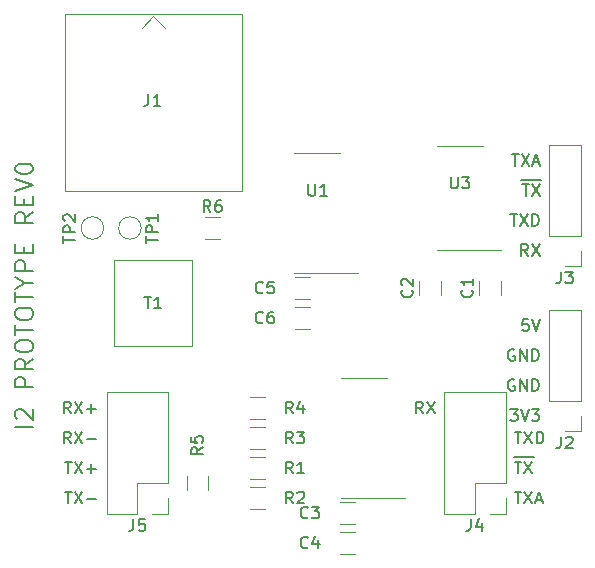
<source format=gbr>
G04 #@! TF.GenerationSoftware,KiCad,Pcbnew,5.1.5*
G04 #@! TF.CreationDate,2020-02-28T10:53:43-06:00*
G04 #@! TF.ProjectId,pcb,7063622e-6b69-4636-9164-5f7063625858,rev?*
G04 #@! TF.SameCoordinates,Original*
G04 #@! TF.FileFunction,Legend,Top*
G04 #@! TF.FilePolarity,Positive*
%FSLAX46Y46*%
G04 Gerber Fmt 4.6, Leading zero omitted, Abs format (unit mm)*
G04 Created by KiCad (PCBNEW 5.1.5) date 2020-02-28 10:53:43*
%MOMM*%
%LPD*%
G04 APERTURE LIST*
%ADD10C,0.150000*%
%ADD11C,0.120000*%
G04 APERTURE END LIST*
D10*
X15294428Y-95558428D02*
X13770428Y-95558428D01*
X13915571Y-94905285D02*
X13843000Y-94832714D01*
X13770428Y-94687571D01*
X13770428Y-94324714D01*
X13843000Y-94179571D01*
X13915571Y-94107000D01*
X14060714Y-94034428D01*
X14205857Y-94034428D01*
X14423571Y-94107000D01*
X15294428Y-94977857D01*
X15294428Y-94034428D01*
X15294428Y-92220142D02*
X13770428Y-92220142D01*
X13770428Y-91639571D01*
X13843000Y-91494428D01*
X13915571Y-91421857D01*
X14060714Y-91349285D01*
X14278428Y-91349285D01*
X14423571Y-91421857D01*
X14496142Y-91494428D01*
X14568714Y-91639571D01*
X14568714Y-92220142D01*
X15294428Y-89825285D02*
X14568714Y-90333285D01*
X15294428Y-90696142D02*
X13770428Y-90696142D01*
X13770428Y-90115571D01*
X13843000Y-89970428D01*
X13915571Y-89897857D01*
X14060714Y-89825285D01*
X14278428Y-89825285D01*
X14423571Y-89897857D01*
X14496142Y-89970428D01*
X14568714Y-90115571D01*
X14568714Y-90696142D01*
X13770428Y-88881857D02*
X13770428Y-88591571D01*
X13843000Y-88446428D01*
X13988142Y-88301285D01*
X14278428Y-88228714D01*
X14786428Y-88228714D01*
X15076714Y-88301285D01*
X15221857Y-88446428D01*
X15294428Y-88591571D01*
X15294428Y-88881857D01*
X15221857Y-89027000D01*
X15076714Y-89172142D01*
X14786428Y-89244714D01*
X14278428Y-89244714D01*
X13988142Y-89172142D01*
X13843000Y-89027000D01*
X13770428Y-88881857D01*
X13770428Y-87793285D02*
X13770428Y-86922428D01*
X15294428Y-87357857D02*
X13770428Y-87357857D01*
X13770428Y-86124142D02*
X13770428Y-85833857D01*
X13843000Y-85688714D01*
X13988142Y-85543571D01*
X14278428Y-85471000D01*
X14786428Y-85471000D01*
X15076714Y-85543571D01*
X15221857Y-85688714D01*
X15294428Y-85833857D01*
X15294428Y-86124142D01*
X15221857Y-86269285D01*
X15076714Y-86414428D01*
X14786428Y-86487000D01*
X14278428Y-86487000D01*
X13988142Y-86414428D01*
X13843000Y-86269285D01*
X13770428Y-86124142D01*
X13770428Y-85035571D02*
X13770428Y-84164714D01*
X15294428Y-84600142D02*
X13770428Y-84600142D01*
X14568714Y-83366428D02*
X15294428Y-83366428D01*
X13770428Y-83874428D02*
X14568714Y-83366428D01*
X13770428Y-82858428D01*
X15294428Y-82350428D02*
X13770428Y-82350428D01*
X13770428Y-81769857D01*
X13843000Y-81624714D01*
X13915571Y-81552142D01*
X14060714Y-81479571D01*
X14278428Y-81479571D01*
X14423571Y-81552142D01*
X14496142Y-81624714D01*
X14568714Y-81769857D01*
X14568714Y-82350428D01*
X14496142Y-80826428D02*
X14496142Y-80318428D01*
X15294428Y-80100714D02*
X15294428Y-80826428D01*
X13770428Y-80826428D01*
X13770428Y-80100714D01*
X15294428Y-77415571D02*
X14568714Y-77923571D01*
X15294428Y-78286428D02*
X13770428Y-78286428D01*
X13770428Y-77705857D01*
X13843000Y-77560714D01*
X13915571Y-77488142D01*
X14060714Y-77415571D01*
X14278428Y-77415571D01*
X14423571Y-77488142D01*
X14496142Y-77560714D01*
X14568714Y-77705857D01*
X14568714Y-78286428D01*
X14496142Y-76762428D02*
X14496142Y-76254428D01*
X15294428Y-76036714D02*
X15294428Y-76762428D01*
X13770428Y-76762428D01*
X13770428Y-76036714D01*
X13770428Y-75601285D02*
X15294428Y-75093285D01*
X13770428Y-74585285D01*
X13770428Y-73787000D02*
X13770428Y-73641857D01*
X13843000Y-73496714D01*
X13915571Y-73424142D01*
X14060714Y-73351571D01*
X14351000Y-73279000D01*
X14713857Y-73279000D01*
X15004142Y-73351571D01*
X15149285Y-73424142D01*
X15221857Y-73496714D01*
X15294428Y-73641857D01*
X15294428Y-73787000D01*
X15221857Y-73932142D01*
X15149285Y-74004714D01*
X15004142Y-74077285D01*
X14713857Y-74149857D01*
X14351000Y-74149857D01*
X14060714Y-74077285D01*
X13915571Y-74004714D01*
X13843000Y-73932142D01*
X13770428Y-73787000D01*
X56072738Y-101052380D02*
X56644166Y-101052380D01*
X56358452Y-102052380D02*
X56358452Y-101052380D01*
X56882261Y-101052380D02*
X57548928Y-102052380D01*
X57548928Y-101052380D02*
X56882261Y-102052380D01*
X57882261Y-101766666D02*
X58358452Y-101766666D01*
X57787023Y-102052380D02*
X58120357Y-101052380D01*
X58453690Y-102052380D01*
X55973214Y-98145000D02*
X56735119Y-98145000D01*
X56068452Y-98512380D02*
X56639880Y-98512380D01*
X56354166Y-99512380D02*
X56354166Y-98512380D01*
X56735119Y-98145000D02*
X57687500Y-98145000D01*
X56877976Y-98512380D02*
X57544642Y-99512380D01*
X57544642Y-98512380D02*
X56877976Y-99512380D01*
X56072738Y-95972380D02*
X56644166Y-95972380D01*
X56358452Y-96972380D02*
X56358452Y-95972380D01*
X56882261Y-95972380D02*
X57548928Y-96972380D01*
X57548928Y-95972380D02*
X56882261Y-96972380D01*
X57929880Y-96972380D02*
X57929880Y-95972380D01*
X58167976Y-95972380D01*
X58310833Y-96020000D01*
X58406071Y-96115238D01*
X58453690Y-96210476D01*
X58501309Y-96400952D01*
X58501309Y-96543809D01*
X58453690Y-96734285D01*
X58406071Y-96829523D01*
X58310833Y-96924761D01*
X58167976Y-96972380D01*
X57929880Y-96972380D01*
X48289642Y-94432380D02*
X47956309Y-93956190D01*
X47718214Y-94432380D02*
X47718214Y-93432380D01*
X48099166Y-93432380D01*
X48194404Y-93480000D01*
X48242023Y-93527619D01*
X48289642Y-93622857D01*
X48289642Y-93765714D01*
X48242023Y-93860952D01*
X48194404Y-93908571D01*
X48099166Y-93956190D01*
X47718214Y-93956190D01*
X48622976Y-93432380D02*
X49289642Y-94432380D01*
X49289642Y-93432380D02*
X48622976Y-94432380D01*
X18000357Y-101052380D02*
X18571785Y-101052380D01*
X18286071Y-102052380D02*
X18286071Y-101052380D01*
X18809880Y-101052380D02*
X19476547Y-102052380D01*
X19476547Y-101052380D02*
X18809880Y-102052380D01*
X19857500Y-101671428D02*
X20619404Y-101671428D01*
X18000357Y-98512380D02*
X18571785Y-98512380D01*
X18286071Y-99512380D02*
X18286071Y-98512380D01*
X18809880Y-98512380D02*
X19476547Y-99512380D01*
X19476547Y-98512380D02*
X18809880Y-99512380D01*
X19857500Y-99131428D02*
X20619404Y-99131428D01*
X20238452Y-99512380D02*
X20238452Y-98750476D01*
X18476547Y-96972380D02*
X18143214Y-96496190D01*
X17905119Y-96972380D02*
X17905119Y-95972380D01*
X18286071Y-95972380D01*
X18381309Y-96020000D01*
X18428928Y-96067619D01*
X18476547Y-96162857D01*
X18476547Y-96305714D01*
X18428928Y-96400952D01*
X18381309Y-96448571D01*
X18286071Y-96496190D01*
X17905119Y-96496190D01*
X18809880Y-95972380D02*
X19476547Y-96972380D01*
X19476547Y-95972380D02*
X18809880Y-96972380D01*
X19857500Y-96591428D02*
X20619404Y-96591428D01*
X18476547Y-94432380D02*
X18143214Y-93956190D01*
X17905119Y-94432380D02*
X17905119Y-93432380D01*
X18286071Y-93432380D01*
X18381309Y-93480000D01*
X18428928Y-93527619D01*
X18476547Y-93622857D01*
X18476547Y-93765714D01*
X18428928Y-93860952D01*
X18381309Y-93908571D01*
X18286071Y-93956190D01*
X17905119Y-93956190D01*
X18809880Y-93432380D02*
X19476547Y-94432380D01*
X19476547Y-93432380D02*
X18809880Y-94432380D01*
X19857500Y-94051428D02*
X20619404Y-94051428D01*
X20238452Y-94432380D02*
X20238452Y-93670476D01*
X56036785Y-91575000D02*
X55941547Y-91527380D01*
X55798690Y-91527380D01*
X55655833Y-91575000D01*
X55560595Y-91670238D01*
X55512976Y-91765476D01*
X55465357Y-91955952D01*
X55465357Y-92098809D01*
X55512976Y-92289285D01*
X55560595Y-92384523D01*
X55655833Y-92479761D01*
X55798690Y-92527380D01*
X55893928Y-92527380D01*
X56036785Y-92479761D01*
X56084404Y-92432142D01*
X56084404Y-92098809D01*
X55893928Y-92098809D01*
X56512976Y-92527380D02*
X56512976Y-91527380D01*
X57084404Y-92527380D01*
X57084404Y-91527380D01*
X57560595Y-92527380D02*
X57560595Y-91527380D01*
X57798690Y-91527380D01*
X57941547Y-91575000D01*
X58036785Y-91670238D01*
X58084404Y-91765476D01*
X58132023Y-91955952D01*
X58132023Y-92098809D01*
X58084404Y-92289285D01*
X58036785Y-92384523D01*
X57941547Y-92479761D01*
X57798690Y-92527380D01*
X57560595Y-92527380D01*
X56036785Y-89035000D02*
X55941547Y-88987380D01*
X55798690Y-88987380D01*
X55655833Y-89035000D01*
X55560595Y-89130238D01*
X55512976Y-89225476D01*
X55465357Y-89415952D01*
X55465357Y-89558809D01*
X55512976Y-89749285D01*
X55560595Y-89844523D01*
X55655833Y-89939761D01*
X55798690Y-89987380D01*
X55893928Y-89987380D01*
X56036785Y-89939761D01*
X56084404Y-89892142D01*
X56084404Y-89558809D01*
X55893928Y-89558809D01*
X56512976Y-89987380D02*
X56512976Y-88987380D01*
X57084404Y-89987380D01*
X57084404Y-88987380D01*
X57560595Y-89987380D02*
X57560595Y-88987380D01*
X57798690Y-88987380D01*
X57941547Y-89035000D01*
X58036785Y-89130238D01*
X58084404Y-89225476D01*
X58132023Y-89415952D01*
X58132023Y-89558809D01*
X58084404Y-89749285D01*
X58036785Y-89844523D01*
X57941547Y-89939761D01*
X57798690Y-89987380D01*
X57560595Y-89987380D01*
X55703452Y-94067380D02*
X56322500Y-94067380D01*
X55989166Y-94448333D01*
X56132023Y-94448333D01*
X56227261Y-94495952D01*
X56274880Y-94543571D01*
X56322500Y-94638809D01*
X56322500Y-94876904D01*
X56274880Y-94972142D01*
X56227261Y-95019761D01*
X56132023Y-95067380D01*
X55846309Y-95067380D01*
X55751071Y-95019761D01*
X55703452Y-94972142D01*
X56608214Y-94067380D02*
X56941547Y-95067380D01*
X57274880Y-94067380D01*
X57512976Y-94067380D02*
X58132023Y-94067380D01*
X57798690Y-94448333D01*
X57941547Y-94448333D01*
X58036785Y-94495952D01*
X58084404Y-94543571D01*
X58132023Y-94638809D01*
X58132023Y-94876904D01*
X58084404Y-94972142D01*
X58036785Y-95019761D01*
X57941547Y-95067380D01*
X57655833Y-95067380D01*
X57560595Y-95019761D01*
X57512976Y-94972142D01*
X57227261Y-86447380D02*
X56751071Y-86447380D01*
X56703452Y-86923571D01*
X56751071Y-86875952D01*
X56846309Y-86828333D01*
X57084404Y-86828333D01*
X57179642Y-86875952D01*
X57227261Y-86923571D01*
X57274880Y-87018809D01*
X57274880Y-87256904D01*
X57227261Y-87352142D01*
X57179642Y-87399761D01*
X57084404Y-87447380D01*
X56846309Y-87447380D01*
X56751071Y-87399761D01*
X56703452Y-87352142D01*
X57560595Y-86447380D02*
X57893928Y-87447380D01*
X58227261Y-86447380D01*
X57179642Y-81097380D02*
X56846309Y-80621190D01*
X56608214Y-81097380D02*
X56608214Y-80097380D01*
X56989166Y-80097380D01*
X57084404Y-80145000D01*
X57132023Y-80192619D01*
X57179642Y-80287857D01*
X57179642Y-80430714D01*
X57132023Y-80525952D01*
X57084404Y-80573571D01*
X56989166Y-80621190D01*
X56608214Y-80621190D01*
X57512976Y-80097380D02*
X58179642Y-81097380D01*
X58179642Y-80097380D02*
X57512976Y-81097380D01*
X55703452Y-77557380D02*
X56274880Y-77557380D01*
X55989166Y-78557380D02*
X55989166Y-77557380D01*
X56512976Y-77557380D02*
X57179642Y-78557380D01*
X57179642Y-77557380D02*
X56512976Y-78557380D01*
X57560595Y-78557380D02*
X57560595Y-77557380D01*
X57798690Y-77557380D01*
X57941547Y-77605000D01*
X58036785Y-77700238D01*
X58084404Y-77795476D01*
X58132023Y-77985952D01*
X58132023Y-78128809D01*
X58084404Y-78319285D01*
X58036785Y-78414523D01*
X57941547Y-78509761D01*
X57798690Y-78557380D01*
X57560595Y-78557380D01*
X56608214Y-74650000D02*
X57370119Y-74650000D01*
X56703452Y-75017380D02*
X57274880Y-75017380D01*
X56989166Y-76017380D02*
X56989166Y-75017380D01*
X57370119Y-74650000D02*
X58322500Y-74650000D01*
X57512976Y-75017380D02*
X58179642Y-76017380D01*
X58179642Y-75017380D02*
X57512976Y-76017380D01*
X55846309Y-72477380D02*
X56417738Y-72477380D01*
X56132023Y-73477380D02*
X56132023Y-72477380D01*
X56655833Y-72477380D02*
X57322500Y-73477380D01*
X57322500Y-72477380D02*
X56655833Y-73477380D01*
X57655833Y-73191666D02*
X58132023Y-73191666D01*
X57560595Y-73477380D02*
X57893928Y-72477380D01*
X58227261Y-73477380D01*
D11*
X43300000Y-101580000D02*
X46750000Y-101580000D01*
X43300000Y-101580000D02*
X41350000Y-101580000D01*
X43300000Y-91460000D02*
X45250000Y-91460000D01*
X43300000Y-91460000D02*
X41350000Y-91460000D01*
X21270000Y-78740000D02*
G75*
G03X21270000Y-78740000I-950000J0D01*
G01*
X24445000Y-78740000D02*
G75*
G03X24445000Y-78740000I-950000J0D01*
G01*
X39370000Y-82530000D02*
X42820000Y-82530000D01*
X39370000Y-82530000D02*
X37420000Y-82530000D01*
X39370000Y-72410000D02*
X41320000Y-72410000D01*
X39370000Y-72410000D02*
X37420000Y-72410000D01*
X26730000Y-102930000D02*
X25400000Y-102930000D01*
X26730000Y-101600000D02*
X26730000Y-102930000D01*
X24130000Y-102930000D02*
X21530000Y-102930000D01*
X24130000Y-100330000D02*
X24130000Y-102930000D01*
X26730000Y-100330000D02*
X24130000Y-100330000D01*
X21530000Y-102930000D02*
X21530000Y-92650000D01*
X26730000Y-100330000D02*
X26730000Y-92650000D01*
X26730000Y-92650000D02*
X21530000Y-92650000D01*
X25480000Y-60820000D02*
X26480000Y-61820000D01*
X25480000Y-60820000D02*
X24480000Y-61820000D01*
X17980000Y-75620000D02*
X17980000Y-60620000D01*
X32980000Y-75620000D02*
X17980000Y-75620000D01*
X32980000Y-60620000D02*
X32980000Y-75620000D01*
X17980000Y-60620000D02*
X32980000Y-60620000D01*
X29877936Y-79650000D02*
X31082064Y-79650000D01*
X29877936Y-77830000D02*
X31082064Y-77830000D01*
X30120000Y-100932064D02*
X30120000Y-99727936D01*
X28300000Y-100932064D02*
X28300000Y-99727936D01*
X33687936Y-94890000D02*
X34892064Y-94890000D01*
X33687936Y-93070000D02*
X34892064Y-93070000D01*
X33687936Y-97430000D02*
X34892064Y-97430000D01*
X33687936Y-95610000D02*
X34892064Y-95610000D01*
X34892064Y-100690000D02*
X33687936Y-100690000D01*
X34892064Y-102510000D02*
X33687936Y-102510000D01*
X33687936Y-99970000D02*
X34892064Y-99970000D01*
X33687936Y-98150000D02*
X34892064Y-98150000D01*
X37497936Y-87270000D02*
X38702064Y-87270000D01*
X37497936Y-85450000D02*
X38702064Y-85450000D01*
X37497936Y-84730000D02*
X38702064Y-84730000D01*
X37497936Y-82910000D02*
X38702064Y-82910000D01*
X41307936Y-106320000D02*
X42512064Y-106320000D01*
X41307936Y-104500000D02*
X42512064Y-104500000D01*
X41307936Y-103780000D02*
X42512064Y-103780000D01*
X41307936Y-101960000D02*
X42512064Y-101960000D01*
X47985000Y-83217936D02*
X47985000Y-84422064D01*
X49805000Y-83217936D02*
X49805000Y-84422064D01*
X53065000Y-83217936D02*
X53065000Y-84422064D01*
X54885000Y-83217936D02*
X54885000Y-84422064D01*
X28790000Y-88755000D02*
X28790000Y-81425000D01*
X22170000Y-81425000D02*
X28790000Y-81425000D01*
X22170000Y-88755000D02*
X28790000Y-88755000D01*
X22170000Y-81425000D02*
X22170000Y-88755000D01*
X55305000Y-102930000D02*
X53975000Y-102930000D01*
X55305000Y-101600000D02*
X55305000Y-102930000D01*
X52705000Y-102930000D02*
X50105000Y-102930000D01*
X52705000Y-100330000D02*
X52705000Y-102930000D01*
X55305000Y-100330000D02*
X52705000Y-100330000D01*
X50105000Y-102930000D02*
X50105000Y-92650000D01*
X55305000Y-100330000D02*
X55305000Y-92650000D01*
X55305000Y-92650000D02*
X50105000Y-92650000D01*
X61655000Y-81975000D02*
X60325000Y-81975000D01*
X61655000Y-80645000D02*
X61655000Y-81975000D01*
X61655000Y-79375000D02*
X58995000Y-79375000D01*
X58995000Y-79375000D02*
X58995000Y-71695000D01*
X61655000Y-79375000D02*
X61655000Y-71695000D01*
X61655000Y-71695000D02*
X58995000Y-71695000D01*
X61655000Y-95945000D02*
X60325000Y-95945000D01*
X61655000Y-94615000D02*
X61655000Y-95945000D01*
X61655000Y-93345000D02*
X58995000Y-93345000D01*
X58995000Y-93345000D02*
X58995000Y-85665000D01*
X61655000Y-93345000D02*
X61655000Y-85665000D01*
X61655000Y-85665000D02*
X58995000Y-85665000D01*
X51435000Y-71765000D02*
X49485000Y-71765000D01*
X51435000Y-71765000D02*
X53385000Y-71765000D01*
X51435000Y-80635000D02*
X49485000Y-80635000D01*
X51435000Y-80635000D02*
X54885000Y-80635000D01*
D10*
X17867380Y-80001904D02*
X17867380Y-79430476D01*
X18867380Y-79716190D02*
X17867380Y-79716190D01*
X18867380Y-79097142D02*
X17867380Y-79097142D01*
X17867380Y-78716190D01*
X17915000Y-78620952D01*
X17962619Y-78573333D01*
X18057857Y-78525714D01*
X18200714Y-78525714D01*
X18295952Y-78573333D01*
X18343571Y-78620952D01*
X18391190Y-78716190D01*
X18391190Y-79097142D01*
X17962619Y-78144761D02*
X17915000Y-78097142D01*
X17867380Y-78001904D01*
X17867380Y-77763809D01*
X17915000Y-77668571D01*
X17962619Y-77620952D01*
X18057857Y-77573333D01*
X18153095Y-77573333D01*
X18295952Y-77620952D01*
X18867380Y-78192380D01*
X18867380Y-77573333D01*
X24852380Y-80001904D02*
X24852380Y-79430476D01*
X25852380Y-79716190D02*
X24852380Y-79716190D01*
X25852380Y-79097142D02*
X24852380Y-79097142D01*
X24852380Y-78716190D01*
X24900000Y-78620952D01*
X24947619Y-78573333D01*
X25042857Y-78525714D01*
X25185714Y-78525714D01*
X25280952Y-78573333D01*
X25328571Y-78620952D01*
X25376190Y-78716190D01*
X25376190Y-79097142D01*
X25852380Y-77573333D02*
X25852380Y-78144761D01*
X25852380Y-77859047D02*
X24852380Y-77859047D01*
X24995238Y-77954285D01*
X25090476Y-78049523D01*
X25138095Y-78144761D01*
X38608095Y-75017380D02*
X38608095Y-75826904D01*
X38655714Y-75922142D01*
X38703333Y-75969761D01*
X38798571Y-76017380D01*
X38989047Y-76017380D01*
X39084285Y-75969761D01*
X39131904Y-75922142D01*
X39179523Y-75826904D01*
X39179523Y-75017380D01*
X40179523Y-76017380D02*
X39608095Y-76017380D01*
X39893809Y-76017380D02*
X39893809Y-75017380D01*
X39798571Y-75160238D01*
X39703333Y-75255476D01*
X39608095Y-75303095D01*
X23796666Y-103382380D02*
X23796666Y-104096666D01*
X23749047Y-104239523D01*
X23653809Y-104334761D01*
X23510952Y-104382380D01*
X23415714Y-104382380D01*
X24749047Y-103382380D02*
X24272857Y-103382380D01*
X24225238Y-103858571D01*
X24272857Y-103810952D01*
X24368095Y-103763333D01*
X24606190Y-103763333D01*
X24701428Y-103810952D01*
X24749047Y-103858571D01*
X24796666Y-103953809D01*
X24796666Y-104191904D01*
X24749047Y-104287142D01*
X24701428Y-104334761D01*
X24606190Y-104382380D01*
X24368095Y-104382380D01*
X24272857Y-104334761D01*
X24225238Y-104287142D01*
X25066666Y-67397380D02*
X25066666Y-68111666D01*
X25019047Y-68254523D01*
X24923809Y-68349761D01*
X24780952Y-68397380D01*
X24685714Y-68397380D01*
X26066666Y-68397380D02*
X25495238Y-68397380D01*
X25780952Y-68397380D02*
X25780952Y-67397380D01*
X25685714Y-67540238D01*
X25590476Y-67635476D01*
X25495238Y-67683095D01*
X30313333Y-77372380D02*
X29980000Y-76896190D01*
X29741904Y-77372380D02*
X29741904Y-76372380D01*
X30122857Y-76372380D01*
X30218095Y-76420000D01*
X30265714Y-76467619D01*
X30313333Y-76562857D01*
X30313333Y-76705714D01*
X30265714Y-76800952D01*
X30218095Y-76848571D01*
X30122857Y-76896190D01*
X29741904Y-76896190D01*
X31170476Y-76372380D02*
X30980000Y-76372380D01*
X30884761Y-76420000D01*
X30837142Y-76467619D01*
X30741904Y-76610476D01*
X30694285Y-76800952D01*
X30694285Y-77181904D01*
X30741904Y-77277142D01*
X30789523Y-77324761D01*
X30884761Y-77372380D01*
X31075238Y-77372380D01*
X31170476Y-77324761D01*
X31218095Y-77277142D01*
X31265714Y-77181904D01*
X31265714Y-76943809D01*
X31218095Y-76848571D01*
X31170476Y-76800952D01*
X31075238Y-76753333D01*
X30884761Y-76753333D01*
X30789523Y-76800952D01*
X30741904Y-76848571D01*
X30694285Y-76943809D01*
X29662380Y-97321666D02*
X29186190Y-97655000D01*
X29662380Y-97893095D02*
X28662380Y-97893095D01*
X28662380Y-97512142D01*
X28710000Y-97416904D01*
X28757619Y-97369285D01*
X28852857Y-97321666D01*
X28995714Y-97321666D01*
X29090952Y-97369285D01*
X29138571Y-97416904D01*
X29186190Y-97512142D01*
X29186190Y-97893095D01*
X28662380Y-96416904D02*
X28662380Y-96893095D01*
X29138571Y-96940714D01*
X29090952Y-96893095D01*
X29043333Y-96797857D01*
X29043333Y-96559761D01*
X29090952Y-96464523D01*
X29138571Y-96416904D01*
X29233809Y-96369285D01*
X29471904Y-96369285D01*
X29567142Y-96416904D01*
X29614761Y-96464523D01*
X29662380Y-96559761D01*
X29662380Y-96797857D01*
X29614761Y-96893095D01*
X29567142Y-96940714D01*
X37298333Y-94432380D02*
X36965000Y-93956190D01*
X36726904Y-94432380D02*
X36726904Y-93432380D01*
X37107857Y-93432380D01*
X37203095Y-93480000D01*
X37250714Y-93527619D01*
X37298333Y-93622857D01*
X37298333Y-93765714D01*
X37250714Y-93860952D01*
X37203095Y-93908571D01*
X37107857Y-93956190D01*
X36726904Y-93956190D01*
X38155476Y-93765714D02*
X38155476Y-94432380D01*
X37917380Y-93384761D02*
X37679285Y-94099047D01*
X38298333Y-94099047D01*
X37298333Y-96972380D02*
X36965000Y-96496190D01*
X36726904Y-96972380D02*
X36726904Y-95972380D01*
X37107857Y-95972380D01*
X37203095Y-96020000D01*
X37250714Y-96067619D01*
X37298333Y-96162857D01*
X37298333Y-96305714D01*
X37250714Y-96400952D01*
X37203095Y-96448571D01*
X37107857Y-96496190D01*
X36726904Y-96496190D01*
X37631666Y-95972380D02*
X38250714Y-95972380D01*
X37917380Y-96353333D01*
X38060238Y-96353333D01*
X38155476Y-96400952D01*
X38203095Y-96448571D01*
X38250714Y-96543809D01*
X38250714Y-96781904D01*
X38203095Y-96877142D01*
X38155476Y-96924761D01*
X38060238Y-96972380D01*
X37774523Y-96972380D01*
X37679285Y-96924761D01*
X37631666Y-96877142D01*
X37298333Y-102052380D02*
X36965000Y-101576190D01*
X36726904Y-102052380D02*
X36726904Y-101052380D01*
X37107857Y-101052380D01*
X37203095Y-101100000D01*
X37250714Y-101147619D01*
X37298333Y-101242857D01*
X37298333Y-101385714D01*
X37250714Y-101480952D01*
X37203095Y-101528571D01*
X37107857Y-101576190D01*
X36726904Y-101576190D01*
X37679285Y-101147619D02*
X37726904Y-101100000D01*
X37822142Y-101052380D01*
X38060238Y-101052380D01*
X38155476Y-101100000D01*
X38203095Y-101147619D01*
X38250714Y-101242857D01*
X38250714Y-101338095D01*
X38203095Y-101480952D01*
X37631666Y-102052380D01*
X38250714Y-102052380D01*
X37298333Y-99512380D02*
X36965000Y-99036190D01*
X36726904Y-99512380D02*
X36726904Y-98512380D01*
X37107857Y-98512380D01*
X37203095Y-98560000D01*
X37250714Y-98607619D01*
X37298333Y-98702857D01*
X37298333Y-98845714D01*
X37250714Y-98940952D01*
X37203095Y-98988571D01*
X37107857Y-99036190D01*
X36726904Y-99036190D01*
X38250714Y-99512380D02*
X37679285Y-99512380D01*
X37965000Y-99512380D02*
X37965000Y-98512380D01*
X37869761Y-98655238D01*
X37774523Y-98750476D01*
X37679285Y-98798095D01*
X34758333Y-86717142D02*
X34710714Y-86764761D01*
X34567857Y-86812380D01*
X34472619Y-86812380D01*
X34329761Y-86764761D01*
X34234523Y-86669523D01*
X34186904Y-86574285D01*
X34139285Y-86383809D01*
X34139285Y-86240952D01*
X34186904Y-86050476D01*
X34234523Y-85955238D01*
X34329761Y-85860000D01*
X34472619Y-85812380D01*
X34567857Y-85812380D01*
X34710714Y-85860000D01*
X34758333Y-85907619D01*
X35615476Y-85812380D02*
X35425000Y-85812380D01*
X35329761Y-85860000D01*
X35282142Y-85907619D01*
X35186904Y-86050476D01*
X35139285Y-86240952D01*
X35139285Y-86621904D01*
X35186904Y-86717142D01*
X35234523Y-86764761D01*
X35329761Y-86812380D01*
X35520238Y-86812380D01*
X35615476Y-86764761D01*
X35663095Y-86717142D01*
X35710714Y-86621904D01*
X35710714Y-86383809D01*
X35663095Y-86288571D01*
X35615476Y-86240952D01*
X35520238Y-86193333D01*
X35329761Y-86193333D01*
X35234523Y-86240952D01*
X35186904Y-86288571D01*
X35139285Y-86383809D01*
X34758333Y-84177142D02*
X34710714Y-84224761D01*
X34567857Y-84272380D01*
X34472619Y-84272380D01*
X34329761Y-84224761D01*
X34234523Y-84129523D01*
X34186904Y-84034285D01*
X34139285Y-83843809D01*
X34139285Y-83700952D01*
X34186904Y-83510476D01*
X34234523Y-83415238D01*
X34329761Y-83320000D01*
X34472619Y-83272380D01*
X34567857Y-83272380D01*
X34710714Y-83320000D01*
X34758333Y-83367619D01*
X35663095Y-83272380D02*
X35186904Y-83272380D01*
X35139285Y-83748571D01*
X35186904Y-83700952D01*
X35282142Y-83653333D01*
X35520238Y-83653333D01*
X35615476Y-83700952D01*
X35663095Y-83748571D01*
X35710714Y-83843809D01*
X35710714Y-84081904D01*
X35663095Y-84177142D01*
X35615476Y-84224761D01*
X35520238Y-84272380D01*
X35282142Y-84272380D01*
X35186904Y-84224761D01*
X35139285Y-84177142D01*
X38568333Y-105767142D02*
X38520714Y-105814761D01*
X38377857Y-105862380D01*
X38282619Y-105862380D01*
X38139761Y-105814761D01*
X38044523Y-105719523D01*
X37996904Y-105624285D01*
X37949285Y-105433809D01*
X37949285Y-105290952D01*
X37996904Y-105100476D01*
X38044523Y-105005238D01*
X38139761Y-104910000D01*
X38282619Y-104862380D01*
X38377857Y-104862380D01*
X38520714Y-104910000D01*
X38568333Y-104957619D01*
X39425476Y-105195714D02*
X39425476Y-105862380D01*
X39187380Y-104814761D02*
X38949285Y-105529047D01*
X39568333Y-105529047D01*
X38568333Y-103227142D02*
X38520714Y-103274761D01*
X38377857Y-103322380D01*
X38282619Y-103322380D01*
X38139761Y-103274761D01*
X38044523Y-103179523D01*
X37996904Y-103084285D01*
X37949285Y-102893809D01*
X37949285Y-102750952D01*
X37996904Y-102560476D01*
X38044523Y-102465238D01*
X38139761Y-102370000D01*
X38282619Y-102322380D01*
X38377857Y-102322380D01*
X38520714Y-102370000D01*
X38568333Y-102417619D01*
X38901666Y-102322380D02*
X39520714Y-102322380D01*
X39187380Y-102703333D01*
X39330238Y-102703333D01*
X39425476Y-102750952D01*
X39473095Y-102798571D01*
X39520714Y-102893809D01*
X39520714Y-103131904D01*
X39473095Y-103227142D01*
X39425476Y-103274761D01*
X39330238Y-103322380D01*
X39044523Y-103322380D01*
X38949285Y-103274761D01*
X38901666Y-103227142D01*
X47347142Y-83986666D02*
X47394761Y-84034285D01*
X47442380Y-84177142D01*
X47442380Y-84272380D01*
X47394761Y-84415238D01*
X47299523Y-84510476D01*
X47204285Y-84558095D01*
X47013809Y-84605714D01*
X46870952Y-84605714D01*
X46680476Y-84558095D01*
X46585238Y-84510476D01*
X46490000Y-84415238D01*
X46442380Y-84272380D01*
X46442380Y-84177142D01*
X46490000Y-84034285D01*
X46537619Y-83986666D01*
X46537619Y-83605714D02*
X46490000Y-83558095D01*
X46442380Y-83462857D01*
X46442380Y-83224761D01*
X46490000Y-83129523D01*
X46537619Y-83081904D01*
X46632857Y-83034285D01*
X46728095Y-83034285D01*
X46870952Y-83081904D01*
X47442380Y-83653333D01*
X47442380Y-83034285D01*
X52427142Y-83986666D02*
X52474761Y-84034285D01*
X52522380Y-84177142D01*
X52522380Y-84272380D01*
X52474761Y-84415238D01*
X52379523Y-84510476D01*
X52284285Y-84558095D01*
X52093809Y-84605714D01*
X51950952Y-84605714D01*
X51760476Y-84558095D01*
X51665238Y-84510476D01*
X51570000Y-84415238D01*
X51522380Y-84272380D01*
X51522380Y-84177142D01*
X51570000Y-84034285D01*
X51617619Y-83986666D01*
X52522380Y-83034285D02*
X52522380Y-83605714D01*
X52522380Y-83320000D02*
X51522380Y-83320000D01*
X51665238Y-83415238D01*
X51760476Y-83510476D01*
X51808095Y-83605714D01*
X24718095Y-84542380D02*
X25289523Y-84542380D01*
X25003809Y-85542380D02*
X25003809Y-84542380D01*
X26146666Y-85542380D02*
X25575238Y-85542380D01*
X25860952Y-85542380D02*
X25860952Y-84542380D01*
X25765714Y-84685238D01*
X25670476Y-84780476D01*
X25575238Y-84828095D01*
X52371666Y-103382380D02*
X52371666Y-104096666D01*
X52324047Y-104239523D01*
X52228809Y-104334761D01*
X52085952Y-104382380D01*
X51990714Y-104382380D01*
X53276428Y-103715714D02*
X53276428Y-104382380D01*
X53038333Y-103334761D02*
X52800238Y-104049047D01*
X53419285Y-104049047D01*
X59991666Y-82427380D02*
X59991666Y-83141666D01*
X59944047Y-83284523D01*
X59848809Y-83379761D01*
X59705952Y-83427380D01*
X59610714Y-83427380D01*
X60372619Y-82427380D02*
X60991666Y-82427380D01*
X60658333Y-82808333D01*
X60801190Y-82808333D01*
X60896428Y-82855952D01*
X60944047Y-82903571D01*
X60991666Y-82998809D01*
X60991666Y-83236904D01*
X60944047Y-83332142D01*
X60896428Y-83379761D01*
X60801190Y-83427380D01*
X60515476Y-83427380D01*
X60420238Y-83379761D01*
X60372619Y-83332142D01*
X59991666Y-96397380D02*
X59991666Y-97111666D01*
X59944047Y-97254523D01*
X59848809Y-97349761D01*
X59705952Y-97397380D01*
X59610714Y-97397380D01*
X60420238Y-96492619D02*
X60467857Y-96445000D01*
X60563095Y-96397380D01*
X60801190Y-96397380D01*
X60896428Y-96445000D01*
X60944047Y-96492619D01*
X60991666Y-96587857D01*
X60991666Y-96683095D01*
X60944047Y-96825952D01*
X60372619Y-97397380D01*
X60991666Y-97397380D01*
X50673095Y-74382380D02*
X50673095Y-75191904D01*
X50720714Y-75287142D01*
X50768333Y-75334761D01*
X50863571Y-75382380D01*
X51054047Y-75382380D01*
X51149285Y-75334761D01*
X51196904Y-75287142D01*
X51244523Y-75191904D01*
X51244523Y-74382380D01*
X51625476Y-74382380D02*
X52244523Y-74382380D01*
X51911190Y-74763333D01*
X52054047Y-74763333D01*
X52149285Y-74810952D01*
X52196904Y-74858571D01*
X52244523Y-74953809D01*
X52244523Y-75191904D01*
X52196904Y-75287142D01*
X52149285Y-75334761D01*
X52054047Y-75382380D01*
X51768333Y-75382380D01*
X51673095Y-75334761D01*
X51625476Y-75287142D01*
M02*

</source>
